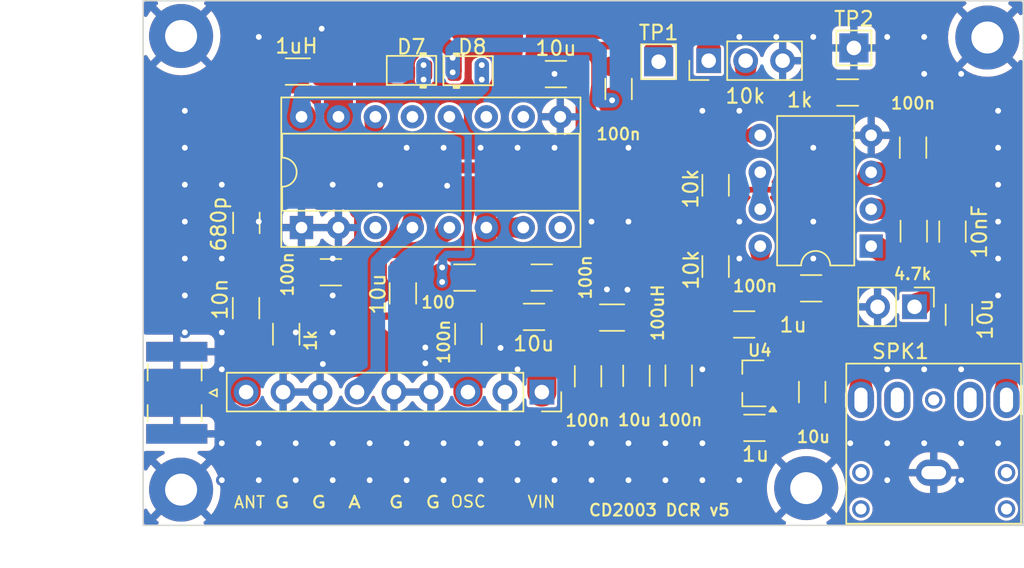
<source format=kicad_pcb>
(kicad_pcb (version 20240108) (generator "pcbnew") (generator_version "8.0")
  (layers (0 "F.Cu" signal) (31 "B.Cu" signal) (34 "B.Paste" user) (35 "F.Paste" user) (36 "B.SilkS" user "B.Silkscreen") (37 "F.SilkS" user "F.Silkscreen") (38 "B.Mask" user) (39 "F.Mask" user) (44 "Edge.Cuts" user))
  (net 0 "")
  (net 1 "RX_OSC")
  (net 2 "+5V")
  (net 3 "Net-(U1-FM{slash}AM_SW)")
  (net 4 "Net-(D7-K)")
  (net 8 "GND")
  (net 10 "Net-(U1-AM_OSC)")
  (net 12 "RX_AUDIO")
  (net 13 "Net-(C11-Pad1)")
  (net 14 "Net-(C1-Pad2)")
  (net 15 "Net-(U2A-+)")
  (net 16 "Net-(U2A--)")
  (net 17 "+3.3V")
  (net 18 "Net-(U2B--)")
  (net 19 "Net-(RV1-Pad2)")
  (net 20 "5VCLEAN")
  (net 21 "Net-(J1-In)")
  (net 22 "Net-(J2-Pin_1)")
  (net 25 "Net-(U1-AGC)")
  (net 26 "Net-(C14-Pad2)")
  (footprint "TestPoint:TestPoint_THTPad_2.0x2.0mm_Drill1.0mm" (layer "F.Cu") (at 80.46 47.66)
    (property "Reference" "TP1" (at 0 -1.998 0) (layer "F.SilkS"))
    (property "Value" "Debug_Audio" (hide yes))
    (pad "1" thru_hole rect (at 0 0) (size 2 2) (drill 1) (layers "*.Cu" "*.Mask") (net 14 "Net-(C1-Pad2)"))
  )
  (footprint "PCM_Diode_SMD_AKL:D_0805_2012Metric" (layer "F.Cu") (at 67.3725 48.278)
    (property "Reference" "D8" (at 0.2875 -1.638 0) (layer "F.SilkS"))
    (property "Value" "CD4148WS" (hide yes))
    (pad "1" smd roundrect (at -0.9375 0) (size 0.975 1.4) (layers "F.Cu" "F.Paste" "F.Mask") (net 20 "5VCLEAN"))
    (pad "2" smd roundrect (at 0.9375 0) (size 0.975 1.4) (layers "F.Cu" "F.Paste" "F.Mask") (net 4 "Net-(D7-K)"))
  )
  (footprint "Capacitor_SMD:C_1206_3216Metric_Pad1.33x1.80mm_HandSolder" (layer "F.Cu") (at 75.612 69.2955 -90)
    (property "Reference" "C5" (hide yes))
    (property "Value" "100n" (at 3.0345 0.032 180) (layer "F.SilkS") (effects (font (size 0.8 0.8))))
    (pad "1" smd roundrect (at -1.5625 0 270) (size 1.325 1.8) (layers "F.Cu" "F.Paste" "F.Mask") (roundrect_rratio 0.1886792453) (net 2 "+5V"))
    (pad "2" smd roundrect (at 1.5625 0 270) (size 1.325 1.8) (layers "F.Cu" "F.Paste" "F.Mask") (roundrect_rratio 0.1886792453) (net 8 "GND"))
  )
  (footprint "Connector_PinHeader_2.54mm:PinHeader_1x03_P2.54mm_Vertical" (layer "F.Cu") (at 83.9 47.59 90)
    (property "Reference" "RV1" (hide yes))
    (property "Value" "10k" (at -2.432 2.518 180) (layer "F.SilkS"))
    (pad "1" thru_hole rect (at 0 0 90) (size 1.7 1.7) (drill 1) (layers "*.Cu" "*.Mask") (net 14 "Net-(C1-Pad2)"))
    (pad "2" thru_hole oval (at 0 2.54 90) (size 1.7 1.7) (drill 1) (layers "*.Cu" "*.Mask") (net 19 "Net-(RV1-Pad2)"))
    (pad "3" thru_hole oval (at 0 5.08 90) (size 1.7 1.7) (drill 1) (layers "*.Cu" "*.Mask") (net 8 "GND"))
  )
  (footprint "Connector_PinHeader_2.54mm:PinHeader_1x02_P2.54mm_Vertical" (layer "F.Cu") (at 98.044 64.516 -90)
    (property "Reference" "J2" (hide yes))
    (property "Value" "Conn_01x02" (hide yes))
    (pad "1" thru_hole rect (at 0 0 270) (size 1.7 1.7) (drill 1) (layers "*.Cu" "*.Mask") (net 22 "Net-(J2-Pin_1)"))
    (pad "2" thru_hole oval (at 0 2.54 270) (size 1.7 1.7) (drill 1) (layers "*.Cu" "*.Mask") (net 8 "GND"))
  )
  (footprint "Capacitor_SMD:C_1206_3216Metric_Pad1.33x1.80mm_HandSolder" (layer "F.Cu") (at 77.71 49.54 90)
    (property "Reference" "C8" (hide yes))
    (property "Value" "100n" (at -3.1 0 180) (layer "F.SilkS") (effects (font (size 0.8 0.8))))
    (pad "1" smd roundrect (at -1.5625 0 90) (size 1.325 1.8) (layers "F.Cu" "F.Paste" "F.Mask") (roundrect_rratio 0.1886792453) (net 20 "5VCLEAN"))
    (pad "2" smd roundrect (at 1.5625 0 90) (size 1.325 1.8) (layers "F.Cu" "F.Paste" "F.Mask") (roundrect_rratio 0.1886792453) (net 8 "GND"))
  )
  (footprint "Capacitor_SMD:C_1206_3216Metric_Pad1.33x1.80mm_HandSolder" (layer "F.Cu") (at 57.942 62.138)
    (property "Reference" "C10" (hide yes))
    (property "Value" "100n" (at -2.982 0.142 90) (layer "F.SilkS") (effects (font (size 0.8 0.8))))
    (pad "1" smd roundrect (at -1.5625 0) (size 1.325 1.8) (layers "F.Cu" "F.Paste" "F.Mask") (roundrect_rratio 0.1886792453) (net 8 "GND"))
    (pad "2" smd roundrect (at 1.5625 0) (size 1.325 1.8) (layers "F.Cu" "F.Paste" "F.Mask") (roundrect_rratio 0.1886792453) (net 3 "Net-(U1-FM{slash}AM_SW)"))
  )
  (footprint "Inductor_SMD:L_1206_3216Metric_Pad1.22x1.90mm_HandSolder" (layer "F.Cu") (at 55.672 48.338)
    (property "Reference" "L1" (hide yes))
    (property "Value" "1uH" (at -0.092 -1.758 0) (layer "F.SilkS"))
    (pad "1" smd roundrect (at -1.6625 0) (size 1.225 1.9) (layers "F.Cu" "F.Paste" "F.Mask") (roundrect_rratio 0.2040816327) (net 4 "Net-(D7-K)"))
    (pad "2" smd roundrect (at 1.6625 0) (size 1.225 1.9) (layers "F.Cu" "F.Paste" "F.Mask") (roundrect_rratio 0.2040816327) (net 20 "5VCLEAN"))
  )
  (footprint "Capacitor_SMD:C_1206_3216Metric_Pad1.33x1.80mm_HandSolder" (layer "F.Cu") (at 52.137 58.7455 90)
    (property "Reference" "C11" (hide yes))
    (property "Value" "680p" (at -0.0745 -1.897 90) (layer "F.SilkS"))
    (pad "1" smd roundrect (at -1.5625 0 90) (size 1.325 1.8) (layers "F.Cu" "F.Paste" "F.Mask") (roundrect_rratio 0.1886792453) (net 13 "Net-(C11-Pad1)"))
    (pad "2" smd roundrect (at 1.5625 0 90) (size 1.325 1.8) (layers "F.Cu" "F.Paste" "F.Mask") (roundrect_rratio 0.1886792453) (net 4 "Net-(D7-K)"))
  )
  (footprint "Capacitor_SMD:C_1206_3216Metric_Pad1.33x1.80mm_HandSolder" (layer "F.Cu") (at 71.8995 65.208 180)
    (property "Reference" "C6" (hide yes))
    (property "Value" "10u" (at 0.0175 -1.848 0) (layer "F.SilkS"))
    (pad "1" smd roundrect (at -1.5625 0 180) (size 1.325 1.8) (layers "F.Cu" "F.Paste" "F.Mask") (roundrect_rratio 0.1886792453) (net 2 "+5V"))
    (pad "2" smd roundrect (at 1.5625 0 180) (size 1.325 1.8) (layers "F.Cu" "F.Paste" "F.Mask") (roundrect_rratio 0.1886792453) (net 8 "GND"))
  )
  (footprint "Resistor_SMD:R_1206_3216Metric_Pad1.30x1.75mm_HandSolder" (layer "F.Cu") (at 67.13 62.506)
    (property "Reference" "R14" (hide yes))
    (property "Value" "100" (at -1.81 1.704 0) (layer "F.SilkS") (effects (font (size 0.8 0.8))))
    (pad "1" smd roundrect (at -1.55 0) (size 1.3 1.75) (layers "F.Cu" "F.Paste" "F.Mask") (roundrect_rratio 0.1923076923) (net 10 "Net-(U1-AM_OSC)"))
    (pad "2" smd roundrect (at 1.55 0) (size 1.3 1.75) (layers "F.Cu" "F.Paste" "F.Mask") (roundrect_rratio 0.1923076923) (net 20 "5VCLEAN"))
  )
  (footprint "Capacitor_SMD:C_1206_3216Metric_Pad1.33x1.80mm_HandSolder" (layer "F.Cu") (at 72.4285 62.506 180)
    (property "Reference" "C9" (hide yes))
    (property "Value" "100n" (at -3.0095 0.022 90) (layer "F.SilkS") (effects (font (size 0.8 0.8))))
    (pad "1" smd roundrect (at -1.5625 0 180) (size 1.325 1.8) (layers "F.Cu" "F.Paste" "F.Mask") (roundrect_rratio 0.1886792453) (net 20 "5VCLEAN"))
    (pad "2" smd roundrect (at 1.5625 0 180) (size 1.325 1.8) (layers "F.Cu" "F.Paste" "F.Mask") (roundrect_rratio 0.1886792453) (net 8 "GND"))
  )
  (footprint "MountingHole:MountingHole_2.2mm_M2_Pad" (layer "F.Cu") (at 90.6 76.984 180)
    (property "Reference" "H2" (hide yes))
    (property "Value" "MountingHole_Pad" (hide yes))
    (pad "1" thru_hole circle (at 0 0 180) (size 4.4 4.4) (drill 2.2) (layers "*.Cu" "*.Mask") (net 8 "GND"))
  )
  (footprint "MountingHole:MountingHole_2.2mm_M2_Pad" (layer "F.Cu") (at 47.649274 77.087274)
    (property "Reference" "H4" (hide yes))
    (property "Value" "MountingHole_Pad" (hide yes))
    (pad "1" thru_hole circle (at 0 0) (size 4.4 4.4) (drill 2.2) (layers "*.Cu" "*.Mask") (net 8 "GND"))
  )
  (footprint "Capacitor_SMD:C_1206_3216Metric_Pad1.33x1.80mm_HandSolder" (layer "F.Cu") (at 78.937 69.258 -90)
    (property "Reference" "C3" (hide yes))
    (property "Value" "10u" (at 3.04 0.127 180) (layer "F.SilkS") (effects (font (size 0.8 0.8))))
    (pad "1" smd roundrect (at -1.5625 0 270) (size 1.325 1.8) (layers "F.Cu" "F.Paste" "F.Mask") (roundrect_rratio 0.1886792453) (net 20 "5VCLEAN"))
    (pad "2" smd roundrect (at 1.5625 0 270) (size 1.325 1.8) (layers "F.Cu" "F.Paste" "F.Mask") (roundrect_rratio 0.1886792453) (net 8 "GND"))
  )
  (footprint "MountingHole:MountingHole_2.2mm_M2_Pad" (layer "F.Cu") (at 47.649274 45.892726 180)
    (property "Reference" "H1" (hide yes))
    (property "Value" "MountingHole_Pad" (hide yes))
    (pad "1" thru_hole circle (at 0 0 180) (size 4.4 4.4) (drill 2.2) (layers "*.Cu" "*.Mask") (net 8 "GND"))
  )
  (footprint "Capacitor_SMD:C_1206_3216Metric_Pad1.33x1.80mm_HandSolder" (layer "F.Cu") (at 86.3375 65.73 180)
    (property "Reference" "C19" (hide yes))
    (property "Value" "1u" (at -3.3725 -0.03 180) (layer "F.SilkS"))
    (pad "1" smd roundrect (at -1.5625 0 180) (size 1.325 1.8) (layers "F.Cu" "F.Paste" "F.Mask") (roundrect_rratio 0.188679) (net 17 "+3.3V"))
    (pad "2" smd roundrect (at 1.5625 0 180) (size 1.325 1.8) (layers "F.Cu" "F.Paste" "F.Mask") (roundrect_rratio 0.188679) (net 8 "GND"))
  )
  (footprint "Inductor_SMD:L_1206_3216Metric_Pad1.22x1.90mm_HandSolder" (layer "F.Cu") (at 77.262 65.258)
    (property "Reference" "L2" (hide yes))
    (property "Value" "100uH" (at 3.138 -0.338 90) (layer "F.SilkS") (effects (font (size 0.8 0.8))))
    (pad "1" smd roundrect (at -1.6625 0) (size 1.225 1.9) (layers "F.Cu" "F.Paste" "F.Mask") (roundrect_rratio 0.2040816327) (net 2 "+5V"))
    (pad "2" smd roundrect (at 1.6625 0) (size 1.225 1.9) (layers "F.Cu" "F.Paste" "F.Mask") (roundrect_rratio 0.2040816327) (net 20 "5VCLEAN"))
  )
  (footprint "footprints:PinSocket_1x09_P2.54mm_Vertical_Custom" (layer "F.Cu") (at 72.438 70.38 -90)
    (property "Reference" "JP1" (hide yes))
    (property "Value" "Pin Header" (hide yes))
    (pad "1" thru_hole rect (at 0 0 270) (size 1.7 1.7) (drill 1) (layers "*.Cu" "*.Mask") (net 2 "+5V"))
    (pad "2" thru_hole oval (at 0 2.54 270) (size 1.7 1.7) (drill 1) (layers "*.Cu" "*.Mask") (net 8 "GND"))
    (pad "3" thru_hole oval (at 0 5.08 270) (size 1.7 1.7) (drill 1) (layers "*.Cu" "*.Mask") (net 1 "RX_OSC"))
    (pad "4" thru_hole oval (at 0 7.62 270) (size 1.7 1.7) (drill 1) (layers "*.Cu" "*.Mask") (net 8 "GND"))
    (pad "5" thru_hole oval (at 0 10.16 270) (size 1.7 1.7) (drill 1) (layers "*.Cu" "*.Mask") (net 8 "GND"))
    (pad "6" thru_hole oval (at 0 12.7 270) (size 1.7 1.7) (drill 1) (layers "*.Cu" "*.Mask") (net 12 "RX_AUDIO"))
    (pad "7" thru_hole oval (at 0 15.24 270) (size 1.7 1.7) (drill 1) (layers "*.Cu" "*.Mask") (net 8 "GND"))
    (pad "8" thru_hole oval (at 0 17.78 270) (size 1.7 1.7) (drill 1) (layers "*.Cu" "*.Mask") (net 8 "GND"))
    (pad "9" thru_hole oval (at 0 20.32 270) (size 1.7 1.7) (drill 1) (layers "*.Cu" "*.Mask") (net 21 "Net-(J1-In)"))
  )
  (footprint "Capacitor_SMD:C_1206_3216Metric_Pad1.33x1.80mm_HandSolder" (layer "F.Cu") (at 90.9395 63.243)
    (property "Reference" "C12" (hide yes))
    (property "Value" "100n" (at -3.8495 -0.153 180) (layer "F.SilkS") (effects (font (size 0.8 0.8))))
    (pad "1" smd roundrect (at -1.5625 0) (size 1.325 1.8) (layers "F.Cu" "F.Paste" "F.Mask") (roundrect_rratio 0.1886792453) (net 17 "+3.3V"))
    (pad "2" smd roundrect (at 1.5625 0) (size 1.325 1.8) (layers "F.Cu" "F.Paste" "F.Mask") (roundrect_rratio 0.1886792453) (net 8 "GND"))
  )
  (footprint "Capacitor_SMD:C_1206_3216Metric_Pad1.33x1.80mm_HandSolder" (layer "F.Cu") (at 97.942 53.57 90)
    (property "Reference" "C2" (hide yes))
    (property "Value" "100n" (at 3.048 0 180) (layer "F.SilkS") (effects (font (size 0.8 0.8))))
    (pad "1" smd roundrect (at -1.5625 0 90) (size 1.325 1.8) (layers "F.Cu" "F.Paste" "F.Mask") (roundrect_rratio 0.1886792453) (net 15 "Net-(U2A-+)"))
    (pad "2" smd roundrect (at 1.5625 0 90) (size 1.325 1.8) (layers "F.Cu" "F.Paste" "F.Mask") (roundrect_rratio 0.1886792453) (net 8 "GND"))
  )
  (footprint "Capacitor_SMD:C_1206_3216Metric_Pad1.33x1.80mm_HandSolder" (layer "F.Cu") (at 91.012 70.378 -90)
    (property "Reference" "C13" (hide yes))
    (property "Value" "10u" (at 3.082 -0.088 180) (layer "F.SilkS") (effects (font (size 0.8 0.8))))
    (pad "1" smd roundrect (at -1.5625 0 270) (size 1.325 1.8) (layers "F.Cu" "F.Paste" "F.Mask") (roundrect_rratio 0.1886792453) (net 17 "+3.3V"))
    (pad "2" smd roundrect (at 1.5625 0 270) (size 1.325 1.8) (layers "F.Cu" "F.Paste" "F.Mask") (roundrect_rratio 0.1886792453) (net 8 "GND"))
  )
  (footprint "TestPoint:TestPoint_THTPad_2.0x2.0mm_Drill1.0mm" (layer "F.Cu") (at 93.878 46.712)
    (property "Reference" "TP2" (at 0 -1.998 0) (layer "F.SilkS"))
    (property "Value" "GND" (hide yes))
    (pad "1" thru_hole rect (at 0 0) (size 2 2) (drill 1) (layers "*.Cu" "*.Mask") (net 8 "GND"))
  )
  (footprint "Capacitor_SMD:C_1206_3216Metric_Pad1.33x1.80mm_HandSolder" (layer "F.Cu") (at 52.112 64.608 -90)
    (property "Reference" "C17" (hide yes))
    (property "Value" "10n" (at -0.618 1.782 90) (layer "F.SilkS"))
    (pad "1" smd roundrect (at -1.5625 0 270) (size 1.325 1.8) (layers "F.Cu" "F.Paste" "F.Mask") (roundrect_rratio 0.1886792453) (net 13 "Net-(C11-Pad1)"))
    (pad "2" smd roundrect (at 1.5625 0 270) (size 1.325 1.8) (layers "F.Cu" "F.Paste" "F.Mask") (roundrect_rratio 0.1886792453) (net 21 "Net-(J1-In)"))
  )
  (footprint "Capacitor_SMD:C_1206_3216Metric_Pad1.33x1.80mm_HandSolder" (layer "F.Cu") (at 67.387 66.383 -90)
    (property "Reference" "C21" (hide yes))
    (property "Value" "100n" (at 0.537 1.687 90) (layer "F.SilkS") (effects (font (size 0.8 0.8))))
    (pad "1" smd roundrect (at -1.5625 0 270) (size 1.325 1.8) (layers "F.Cu" "F.Paste" "F.Mask") (roundrect_rratio 0.1886792453) (net 10 "Net-(U1-AM_OSC)"))
    (pad "2" smd roundrect (at 1.5625 0 270) (size 1.325 1.8) (layers "F.Cu" "F.Paste" "F.Mask") (roundrect_rratio 0.1886792453) (net 1 "RX_OSC"))
  )
  (footprint "Capacitor_SMD:C_1206_3216Metric_Pad1.33x1.80mm_HandSolder" (layer "F.Cu") (at 62.89 63.5925 -90)
    (property "Reference" "C16" (hide yes))
    (property "Value" " 10u" (at 0.4275 1.71 90) (layer "F.SilkS"))
    (pad "1" smd roundrect (at -1.5625 0 270) (size 1.325 1.8) (layers "F.Cu" "F.Paste" "F.Mask") (roundrect_rratio 0.1886792453) (net 25 "Net-(U1-AGC)"))
    (pad "2" smd roundrect (at 1.5625 0 270) (size 1.325 1.8) (layers "F.Cu" "F.Paste" "F.Mask") (roundrect_rratio 0.1886792453) (net 8 "GND"))
  )
  (footprint "Capacitor_SMD:C_1206_3216Metric_Pad1.33x1.80mm_HandSolder" (layer "F.Cu") (at 100.652 59.3455 90)
    (property "Reference" "C7" (hide yes))
    (property "Value" "10nF" (at 0 1.85 90) (layer "F.SilkS"))
    (pad "1" smd roundrect (at -1.5625 0 90) (size 1.325 1.8) (layers "F.Cu" "F.Paste" "F.Mask") (roundrect_rratio 0.1886792453) (net 22 "Net-(J2-Pin_1)"))
    (pad "2" smd roundrect (at 1.5625 0 90) (size 1.325 1.8) (layers "F.Cu" "F.Paste" "F.Mask") (roundrect_rratio 0.1886792453) (net 16 "Net-(U2A--)"))
  )
  (footprint "Resistor_SMD:R_1206_3216Metric_Pad1.30x1.75mm_HandSolder" (layer "F.Cu") (at 54.872 66.398 -90)
    (property "Reference" "R13" (hide yes))
    (property "Value" "1k" (at 0.432 -1.678 90) (layer "F.SilkS") (effects (font (size 0.8 0.8))))
    (pad "1" smd roundrect (at -1.55 0 270) (size 1.3 1.75) (layers "F.Cu" "F.Paste" "F.Mask") (roundrect_rratio 0.1923076923) (net 13 "Net-(C11-Pad1)"))
    (pad "2" smd roundrect (at 1.55 0 270) (size 1.3 1.75) (layers "F.Cu" "F.Paste" "F.Mask") (roundrect_rratio 0.1923076923) (net 8 "GND"))
  )
  (footprint "Resistor_SMD:R_1206_3216Metric_Pad1.30x1.75mm_HandSolder" (layer "F.Cu") (at 84.376 61.744 90)
    (property "Reference" "R1" (hide yes))
    (property "Value" "10k" (at -0.226 -1.676 90) (layer "F.SilkS"))
    (pad "1" smd roundrect (at -1.55 0 90) (size 1.3 1.75) (layers "F.Cu" "F.Paste" "F.Mask") (roundrect_rratio 0.1923076923) (net 17 "+3.3V"))
    (pad "2" smd roundrect (at 1.55 0 90) (size 1.3 1.75) (layers "F.Cu" "F.Paste" "F.Mask") (roundrect_rratio 0.1923076923) (net 15 "Net-(U2A-+)"))
  )
  (footprint "Resistor_SMD:R_1206_3216Metric_Pad1.30x1.75mm_HandSolder" (layer "F.Cu") (at 93.45 49.778 180)
    (property "Reference" "Rin1" (hide yes))
    (property "Value" "1k" (at 3.29 -0.512 0) (layer "F.SilkS"))
    (pad "1" smd roundrect (at -1.55 0 180) (size 1.3 1.75) (layers "F.Cu" "F.Paste" "F.Mask") (roundrect_rratio 0.1923076923) (net 16 "Net-(U2A--)"))
    (pad "2" smd roundrect (at 1.55 0 180) (size 1.3 1.75) (layers "F.Cu" "F.Paste" "F.Mask") (roundrect_rratio 0.1923076923) (net 19 "Net-(RV1-Pad2)"))
  )
  (footprint "Connector_Coaxial:SMA_Samtec_SMA-J-P-X-ST-EM1_EdgeMount" (layer "F.Cu") (at 47.352 70.428 -90)
    (property "Reference" "J1" (hide yes))
    (property "Value" "SMA Edge Mount" (hide yes))
    (pad "1" smd rect (at 0 0.2 270) (size 1.27 3.6) (layers "F.Cu" "F.Paste" "F.Mask") (net 21 "Net-(J1-In)"))
    (pad "2" smd rect (at -2.825 0 270) (size 1.35 4.2) (layers "F.Cu" "F.Paste" "F.Mask") (net 8 "GND"))
    (pad "2" smd rect (at -2.825 0 270) (size 1.35 4.2) (layers "B.Cu" "B.Paste" "B.Mask") (net 8 "GND"))
    (pad "2" smd rect (at 2.825 0 270) (size 1.35 4.2) (layers "F.Cu" "F.Paste" "F.Mask") (net 8 "GND"))
    (pad "2" smd rect (at 2.825 0 270) (size 1.35 4.2) (layers "B.Cu" "B.Paste" "B.Mask") (net 8 "GND"))
  )
  (footprint "Resistor_SMD:R_1206_3216Metric_Pad1.30x1.75mm_HandSolder" (layer "F.Cu") (at 97.992 59.313 90)
    (property "Reference" "Rf1" (hide yes))
    (property "Value" "4.7k" (at -2.947 -0.082 0) (layer "F.SilkS") (effects (font (size 0.8 0.8))))
    (pad "1" smd roundrect (at -1.55 0 90) (size 1.3 1.75) (layers "F.Cu" "F.Paste" "F.Mask") (roundrect_rratio 0.1923076923) (net 22 "Net-(J2-Pin_1)"))
    (pad "2" smd roundrect (at 1.55 0 90) (size 1.3 1.75) (layers "F.Cu" "F.Paste" "F.Mask") (roundrect_rratio 0.1923076923) (net 16 "Net-(U2A--)"))
  )
  (footprint "MountingHole:MountingHole_2.2mm_M2_Pad" (layer "F.Cu") (at 103.046 45.996)
    (property "Reference" "H3" (hide yes))
    (property "Value" "MountingHole_Pad" (hide yes))
    (pad "1" thru_hole circle (at 0 0) (size 4.4 4.4) (drill 2.2) (layers "*.Cu" "*.Mask") (net 8 "GND"))
  )
  (footprint "Capacitor_SMD:C_1206_3216Metric_Pad1.33x1.80mm_HandSolder" (layer "F.Cu") (at 73.406 48.514 180)
    (property "Reference" "C1" (hide yes))
    (property "Value" "10u" (at 0 1.778 0) (layer "F.SilkS"))
    (pad "1" smd roundrect (at -1.5625 0 180) (size 1.325 1.8) (layers "F.Cu" "F.Paste" "F.Mask") (roundrect_rratio 0.1886792453) (net 12 "RX_AUDIO"))
    (pad "2" smd roundrect (at 1.5625 0 180) (size 1.325 1.8) (layers "F.Cu" "F.Paste" "F.Mask") (roundrect_rratio 0.1886792453) (net 14 "Net-(C1-Pad2)"))
  )
  (footprint "Resistor_SMD:R_1206_3216Metric_Pad1.30x1.75mm_HandSolder" (layer "F.Cu") (at 84.376 56.156 90)
    (property "Reference" "R2" (hide yes))
    (property "Value" "10k" (at -0.234 -1.706 90) (layer "F.SilkS"))
    (pad "1" smd roundrect (at -1.55 0 90) (size 1.3 1.75) (layers "F.Cu" "F.Paste" "F.Mask") (roundrect_rratio 0.1923076923) (net 15 "Net-(U2A-+)"))
    (pad "2" smd roundrect (at 1.55 0 90) (size 1.3 1.75) (layers "F.Cu" "F.Paste" "F.Mask") (roundrect_rratio 0.1923076923) (net 8 "GND"))
  )
  (footprint "Package_TO_SOT_SMD:SOT-23_Handsoldering" (layer "F.Cu") (at 86.97 69.78 180)
    (property "Reference" "U4" (at -0.44 2.26 180) (layer "F.SilkS") (effects (font (size 0.8 0.8) (thickness 0.15) (bold yes))))
    (property "Value" "XC6206P332MR (662K)" (hide yes))
    (pad "1" smd roundrect (at -1.5 -0.95 180) (size 1.9 0.8) (layers "F.Cu" "F.Paste" "F.Mask") (net 8 "GND"))
    (pad "2" smd roundrect (at -1.5 0.95 180) (size 1.9 0.8) (layers "F.Cu" "F.Paste" "F.Mask") (net 17 "+3.3V"))
    (pad "3" smd roundrect (at 1.5 0 180) (size 1.9 0.8) (layers "F.Cu" "F.Paste" "F.Mask") (net 20 "5VCLEAN"))
  )
  (footprint "PCM_Diode_SMD_AKL:D_0805_2012Metric" (layer "F.Cu") (at 63.482 48.258 180)
    (property "Reference" "D7" (at 0.022 1.618 180) (layer "F.SilkS"))
    (property "Value" "CD4148WS" (hide yes))
    (pad "1" smd roundrect (at -0.9375 0 180) (size 0.975 1.4) (layers "F.Cu" "F.Paste" "F.Mask") (net 4 "Net-(D7-K)"))
    (pad "2" smd roundrect (at 0.9375 0 180) (size 0.975 1.4) (layers "F.Cu" "F.Paste" "F.Mask") (net 20 "5VCLEAN"))
  )
  (footprint "Capacitor_SMD:C_1206_3216Metric_Pad1.33x1.80mm_HandSolder" (layer "F.Cu") (at 87.0425 72.84)
    (property "Reference" "C18" (hide yes))
    (property "Value" "1u" (at 0.0775 1.81 180) (layer "F.SilkS"))
    (pad "1" smd roundrect (at -1.5625 0) (size 1.325 1.8) (layers "F.Cu" "F.Paste" "F.Mask") (roundrect_rratio 0.188679) (net 20 "5VCLEAN"))
    (pad "2" smd roundrect (at 1.5625 0) (size 1.325 1.8) (layers "F.Cu" "F.Paste" "F.Mask") (roundrect_rratio 0.188679) (net 8 "GND"))
  )
  (footprint "Capacitor_SMD:C_1206_3216Metric_Pad1.33x1.80mm_HandSolder" (layer "F.Cu") (at 81.84 69.2475 -90)
    (property "Reference" "C4" (hide yes))
    (property "Value" "100n" (at 3.052 -0.103 180) (layer "F.SilkS") (effects (font (size 0.8 0.8))))
    (pad "1" smd roundrect (at -1.5625 0 270) (size 1.325 1.8) (layers "F.Cu" "F.Paste" "F.Mask") (roundrect_rratio 0.1886792453) (net 20 "5VCLEAN"))
    (pad "2" smd roundrect (at 1.5625 0 270) (size 1.325 1.8) (layers "F.Cu" "F.Paste" "F.Mask") (roundrect_rratio 0.1886792453) (net 8 "GND"))
  )
  (footprint "Capacitor_SMD:C_1206_3216Metric_Pad1.33x1.80mm_HandSolder" (layer "F.Cu") (at 101.092 65.0625 -90)
    (property "Reference" "C14" (hide yes))
    (property "Value" "10u" (at 0.2975 -1.808 90) (layer "F.SilkS"))
    (pad "1" smd roundrect (at -1.5625 0 270) (size 1.325 1.8) (layers "F.Cu" "F.Paste" "F.Mask") (roundrect_rratio 0.1886792453) (net 22 "Net-(J2-Pin_1)"))
    (pad "2" smd roundrect (at 1.5625 0 270) (size 1.325 1.8) (layers "F.Cu" "F.Paste" "F.Mask") (roundrect_rratio 0.1886792453) (net 26 "Net-(C14-Pad2)"))
  )
  (footprint "Package_DIP:DIP-16_W7.62mm_Socket" (layer "F.Cu") (at 55.922 59.068 90)
    (property "Reference" "U1" (hide yes))
    (property "Value" "CD2003GB_GP" (hide yes))
    (pad "1" thru_hole rect (at 0 0 90) (size 1.6 1.6) (drill 0.8) (layers "*.Cu" "*.Mask") (net 8 "GND"))
    (pad "2" thru_hole oval (at 0 2.54 90) (size 1.6 1.6) (drill 0.8) (layers "*.Cu" "*.Mask") (net 8 "GND"))
    (pad "3" thru_hole oval (at 0 5.08 90) (size 1.6 1.6) (drill 0.8) (layers "*.Cu" "*.Mask"))
    (pad "4" thru_hole oval (at 0 7.62 90) (size 1.6 1.6) (drill 0.8) (layers "*.Cu" "*.Mask") (net 12 "RX_AUDIO"))
    (pad "5" thru_hole oval (at 0 10.16 90) (size 1.6 1.6) (drill 0.8) (layers "*.Cu" "*.Mask") (net 25 "Net-(U1-AGC)"))
    (pad "6" thru_hole oval (at 0 12.7 90) (size 1.6 1.6) (drill 0.8) (layers "*.Cu" "*.Mask") (net 20 "5VCLEAN"))
    (pad "7" thru_hole oval (at 0 15.24 90) (size 1.6 1.6) (drill 0.8) (layers "*.Cu" "*.Mask") (net 20 "5VCLEAN"))
    (pad "8" thru_hole oval (at 0 17.78 90) (size 1.6 1.6) (drill 0.8) (layers "*.Cu" "*.Mask"))
    (pad "9" thru_hole oval (at 7.62 17.78 90) (size 1.6 1.6) (drill 0.8) (layers "*.Cu" "*.Mask") (net 8 "GND"))
    (pad "10" thru_hole oval (at 7.62 15.24 90) (size 1.6 1.6) (drill 0.8) (layers "*.Cu" "*.Mask"))
    (pad "11" thru_hole oval (at 7.62 12.7 90) (size 1.6 1.6) (drill 0.8) (layers "*.Cu" "*.Mask"))
    (pad "12" thru_hole oval (at 7.62 10.16 90) (size 1.6 1.6) (drill 0.8) (layers "*.Cu" "*.Mask") (net 10 "Net-(U1-AM_OSC)"))
    (pad "13" thru_hole oval (at 7.62 7.62 90) (size 1.6 1.6) (drill 0.8) (layers "*.Cu" "*.Mask"))
    (pad "14" thru_hole oval (at 7.62 5.08 90) (size 1.6 1.6) (drill 0.8) (layers "*.Cu" "*.Mask") (net 3 "Net-(U1-FM{slash}AM_SW)"))
    (pad "15" thru_hole oval (at 7.62 2.54 90) (size 1.6 1.6) (drill 0.8) (layers "*.Cu" "*.Mask") (net 20 "5VCLEAN"))
    (pad "16" thru_hole oval (at 7.62 0 90) (size 1.6 1.6) (drill 0.8) (layers "*.Cu" "*.Mask") (net 4 "Net-(D7-K)"))
  )
  (footprint "footprints:PJ-307_Modded" (layer "F.Cu") (at 99.362 72.92 90)
    (property "Reference" "SPK1" (at 5.334 -2.286 180) (layer "F.SilkS"))
    (property "Value" "SPEAKER")
    (pad "" np_thru_hole circle (at -5.5 -5 90) (size 1.2 1.2) (drill 0.762) (layers "*.Cu" "*.Mask"))
    (pad "" np_thru_hole circle (at -5.5 5 90) (size 1.2 1.2) (drill 0.762) (layers "*.Cu" "*.Mask"))
    (pad "" np_thru_hole circle (at -3 -5 90) (size 1.2 1.2) (drill 0.762) (layers "*.Cu" "*.Mask"))
    (pad "" np_thru_hole circle (at -3 5 90) (size 1.2 1.2) (drill 0.762) (layers "*.Cu" "*.Mask"))
    (pad "" np_thru_hole circle (at 2 0 90) (size 1.2 1.2) (drill 0.762) (layers "*.Cu" "*.Mask"))
    (pad "R" thru_hole oval (at 2 -5 90) (size 2.5 1.8) (drill oval 1.7 0.9) (layers "*.Cu" "*.Mask") (net 26 "Net-(C14-Pad2)"))
    (pad "RN" thru_hole oval (at 2 -2.5 90) (size 2.5 1.8) (drill oval 1.7 0.9) (layers "*.Cu" "*.Mask"))
    (pad "S" thru_hole oval (at -3 0 180) (size 2.5 1.8) (drill oval 1.7 0.9) (layers "*.Cu" "*.Mask") (net 8 "GND"))
    (pad "T" thru_hole oval (at 2 5 90) (size 2.5 1.8) (drill oval 1.7 0.9) (layers "*.Cu" "*.Mask") (net 26 "Net-(C14-Pad2)"))
    (pad "TN" thru_hole oval (at 2 2.5 90) (size 2.5 1.8) (drill oval 1.7 0.9) (layers "*.Cu" "*.Mask"))
  )
  (footprint "Package_DIP:DIP-8_W7.62mm" (layer "F.Cu") (at 95.062 60.343 180)
    (property "Reference" "U2" (hide yes))
    (property "Value" "MCP6002" (hide yes))
    (pad "1" thru_hole rect (at 0 0 180) (size 1.6 1.6) (drill 0.8) (layers "*.Cu" "*.Mask") (net 22 "Net-(J2-Pin_1)"))
    (pad "2" thru_hole oval (at 0 2.54 180) (size 1.6 1.6) (drill 0.8) (layers "*.Cu" "*.Mask") (net 16 "Net-(U2A--)"))
    (pad "3" thru_hole oval (at 0 5.08 180) (size 1.6 1.6) (drill 0.8) (layers "*.Cu" "*.Mask") (net 15 "Net-(U2A-+)"))
    (pad "4" thru_hole oval (at 0 7.62 180) (size 1.6 1.6) (drill 0.8) (layers "*.Cu" "*.Mask") (net 8 "GND"))
    (pad "5" thru_hole oval (at 7.62 7.62 180) (size 1.6 1.6) (drill 0.8) (layers "*.Cu" "*.Mask") (net 15 "Net-(U2A-+)"))
    (pad "6" thru_hole oval (at 7.62 5.08 180) (size 1.6 1.6) (drill 0.8) (layers "*.Cu" "*.Mask") (net 18 "Net-(U2B--)"))
    (pad "7" thru_hole oval (at 7.62 2.54 180) (size 1.6 1.6) (drill 0.8) (layers "*.Cu" "*.Mask") (net 18 "Net-(U2B--)"))
    (pad "8" thru_hole oval (at 7.62 0 180) (size 1.6 1.6) (drill 0.8) (layers "*.Cu" "*.Mask") (net 17 "+3.3V"))
  )
  (gr_rect (start 45.042 43.466) (end 105.524 79.546) (stroke (width 0.1)) (fill none) (layer "Edge.Cuts"))
  (gr_text "G  G  A" (at 53.99 78.42 0) (layer "F.SilkS") (effects (font (size 0.8 1)) (justify left bottom)))
  (gr_text "OSC" (at 67.38 77.91 0) (layer "F.SilkS") (effects (font (size 0.8 0.8) (thickness 0.12))))
  (gr_text "CD2003 DCR v5" (at 75.59 78.97 0) (layer "F.SilkS") (effects (font (size 0.8 0.8)) (justify left bottom)))
  (gr_text "ANT" (at 52.352 77.956 0) (layer "F.SilkS") (effects (font (size 0.8 0.8) (thickness 0.12))))
  (gr_text "G  G" (at 61.83 78.42 0) (layer "F.SilkS") (effects (font (size 0.8 1)) (justify left bottom)))
  (gr_text "VIN" (at 72.41 77.93 0) (layer "F.SilkS") (effects (font (size 0.8 0.8) (thickness 0.12))))
  (segment (start 67.358 67.9745) (end 67.387 67.9455) (width 2) (layer "F.Cu") (net 1))
  (segment (start 67.358 70.38) (end 67.358 67.9745) (width 2) (layer "F.Cu") (net 1))
  (segment (start 75.612 67.733) (end 75.612 65.2705) (width 2) (layer "F.Cu") (net 2))
  (segment (start 72.438 70.38) (end 72.438 67.908) (width 2) (layer "F.Cu") (net 2))
  (segment (start 72.613 67.733) (end 72.438 67.908) (width 2) (layer "F.Cu") (net 2))
  (segment (start 75.612 67.733) (end 72.613 67.733) (width 2) (layer "F.Cu") (net 2))
  (segment (start 75.612 65.2705) (end 75.5995 65.258) (width 2) (layer "F.Cu") (net 2))
  (segment (start 75.5995 65.258) (end 73.512 65.258) (width 2) (layer "F.Cu") (net 2))
  (segment (start 59.738 53.87) (end 59.738 57.934) (width 1) (layer "F.Cu") (net 3))
  (segment (start 61.002 52.606) (end 59.738 53.87) (width 1) (layer "F.Cu") (net 3))
  (segment (start 61.002 51.448) (end 61.002 52.606) (width 1) (layer "F.Cu") (net 3))
  (segment (start 59.484 62.506) (end 59.484 60.506) (width 1) (layer "F.Cu") (net 3))
  (segment (start 59.738 60.252) (end 59.738 57.934) (width 0.4) (layer "F.Cu") (net 3))
  (segment (start 59.484 60.506) (end 59.738 60.252) (width 1) (layer "F.Cu") (net 3))
  (segment (start 55.922 56.498) (end 55.922 51.448) (width 1) (layer "F.Cu") (net 4))
  (segment (start 52.137 57.183) (end 55.237 57.183) (width 1) (layer "F.Cu") (net 4))
  (segment (start 52.316 48.338) (end 51.864 48.79) (width 2) (layer "F.Cu") (net 4))
  (segment (start 55.237 57.183) (end 55.922 56.498) (width 1) (layer "F.Cu") (net 4))
  (segment (start 55.5115 51.0375) (end 55.922 51.448) (width 2) (layer "F.Cu") (net 4))
  (segment (start 51.864 51.0375) (end 55.5115 51.0375) (width 2) (layer "F.Cu") (net 4))
  (segment (start 54.0095 48.338) (end 52.316 48.338) (width 2) (layer "F.Cu") (net 4))
  (segment (start 51.864 51.0375) (end 51.864 48.79) (width 2) (layer "F.Cu") (net 4))
  (via (at 68.31 48.89) (size 0.8) (drill 0.4) (layers "F.Cu" "B.Cu") (net 4))
  (via (at 64.31 48.89) (size 0.8) (drill 0.4) (layers "F.Cu" "B.Cu") (net 4))
  (via (at 64.31 47.89) (size 0.8) (drill 0.4) (layers "F.Cu" "B.Cu") (net 4))
  (via (at 68.31 47.89) (size 0.8) (drill 0.4) (layers "F.Cu" "B.Cu") (net 4))
  (segment (start 68.31 49.39) (end 68.31 47.89) (width 1) (layer "B.Cu") (net 4))
  (segment (start 63.894 49.806) (end 67.894 49.806) (width 1) (layer "B.Cu") (net 4))
  (segment (start 64.31 49.39) (end 64.31 48.89) (width 1) (layer "B.Cu") (net 4))
  (segment (start 67.894 49.806) (end 68.31 49.39) (width 1) (layer "B.Cu") (net 4))
  (segment (start 55.928 49.806) (end 62.31 49.806) (width 1) (layer "B.Cu") (net 4))
  (segment (start 64.31 47.89) (end 64.31 48.39) (width 1) (layer "B.Cu") (net 4))
  (segment (start 62.31 49.806) (end 63.894 49.806) (width 1) (layer "B.Cu") (net 4))
  (segment (start 62.31 49.806) (end 63.294 49.806) (width 1) (layer "B.Cu") (net 4))
  (segment (start 63.894 49.806) (end 64.31 49.39) (width 1) (layer "B.Cu") (net 4))
  (segment (start 63.294 49.806) (end 63.482 49.618) (width 1) (layer "B.Cu") (net 4))
  (segment (start 64.31 48.89) (end 64.31 47.89) (width 1) (layer "B.Cu") (net 4))
  (segment (start 55.922 49.812) (end 55.928 49.806) (width 1) (layer "B.Cu") (net 4))
  (segment (start 55.922 51.448) (end 55.922 49.812) (width 1) (layer "B.Cu") (net 4))
  (via (at 57.39 68.45) (size 0.8) (drill 0.4) (layers "F.Cu" "B.Cu") (net 8))
  (via (at 98.707 45.956) (size 0.8) (drill 0.4) (layers "F.Cu" "B.Cu") (net 8))
  (via (at 55.527 76.436) (size 0.8) (drill 0.4) (layers "F.Cu" "B.Cu") (net 8))
  (via (at 65.687 76.436) (size 0.8) (drill 0.4) (layers "F.Cu" "B.Cu") (net 8))
  (via (at 73.307 76.436) (size 0.8) (drill 0.4) (layers "F.Cu" "B.Cu") (net 8))
  (via (at 80.927 76.436) (size 0.8) (drill 0.4) (layers "F.Cu" "B.Cu") (net 8))
  (via (at 52.987 73.896) (size 0.8) (drill 0.4) (layers "F.Cu" "B.Cu") (net 8))
  (via (at 47.907 53.576) (size 0.8) (drill 0.4) (layers "F.Cu" "B.Cu") (net 8))
  (via (at 83.467 68.816) (size 0.8) (drill 0.4) (layers "F.Cu" "B.Cu") (net 8))
  (via (at 96.167 45.956) (size 0.8) (drill 0.4) (layers "F.Cu" "B.Cu") (net 8))
  (via (at 73.307 48.496) (size 0.8) (drill 0.4) (layers "F.Cu" "B.Cu") (net 8))
  (via (at 64.43 68.4) (size 0.8) (drill 0.4) (layers "F.Cu" "B.Cu") (net 8))
  (via (at 78.387 73.896) (size 0.8) (drill 0.4) (layers "F.Cu" "B.Cu") (net 8))
  (via (at 52.987 58.656) (size 0.8) (drill 0.4) (layers "F.Cu" "B.Cu") (net 8))
  (via (at 58.067 61.196) (size 0.8) (drill 0.4) (layers "F.Cu" "B.Cu") (net 8))
  (via (at 47.907 63.736) (size 0.8) (drill 0.4) (layers "F.Cu" "B.Cu") (net 8))
  (via (at 63.147 73.896) (size 0.8) (drill 0.4) (layers "F.Cu" "B.Cu") (net 8))
  (via (at 70.767 76.436) (size 0.8) (drill 0.4) (layers "F.Cu" "B.Cu") (net 8))
  (via (at 57.31 45.39) (size 0.8) (drill 0.4) (layers "F.Cu" "B.Cu") (net 8))
  (via (at 47.907 61.196) (size 0.8) (drill 0.4) (layers "F.Cu" "B.Cu") (net 8))
  (via (at 50.447 56.116) (size 0.8) (drill 0.4) (layers "F.Cu" "B.Cu") (net 8))
  (via (at 83.467 51.036) (size 0.8) (drill 0.4) (layers "F.Cu" "B.Cu") (net 8))
  (via (at 101.247 68.816) (size 0.8) (drill 0.4) (layers "F.Cu" "B.Cu") (net 8))
  (via (at 58.067 76.436) (size 0.8) (drill 0.4) (layers "F.Cu" "B.Cu") (net 8))
  (via (at 68.227 53.576) (size 0.8) (drill 0.4) (layers "F.Cu" "B.Cu") (net 8))
  (via (at 70.767 68.816) (size 0.8) (drill 0.4) (layers "F.Cu" "B.Cu") (net 8))
  (via (at 86.007 45.956) (size 0.8) (drill 0.4) (layers "F.Cu" "B.Cu") (net 8))
  (via (at 64.43 67.31) (size 0.8) (drill 0.4) (layers "F.Cu" "B.Cu") (net 8))
  (via (at 52.987 76.436) (size 0.8) (drill 0.4) (layers "F.Cu" "B.Cu") (net 8))
  (via (at 78.387 76.436) (size 0.8) (drill 0.4) (layers "F.Cu" "B.Cu") (net 8))
  (via (at 96.167 76.436) (size 0.8) (drill 0.4) (layers "F.Cu" "B.Cu") (net 8))
  (via (at 78.387 58.656) (size 0.8) (drill 0.4) (layers "F.Cu" "B.Cu") (net 8))
  (via (at 103.787 61.196) (size 0.8) (drill 0.4) (layers "F.Cu" "B.Cu") (net 8))
  (via (at 96.167 68.816) (size 0.8) (drill 0.4) (layers "F.Cu" "B.Cu") (net 8))
  (via (at 83.467 76.436) (size 0.8) (drill 0.4) (layers "F.Cu" "B.Cu") (net 8))
  (via (at 91.087 58.656) (size 0.8) (drill 0.4) (layers "F.Cu" "B.Cu") (net 8))
  (via (at 98.707 48.496) (size 0.8) (drill 0.4) (layers "F.Cu" "B.Cu") (net 8))
  (via (at 60.607 73.896) (size 0.8) (drill 0.4) (layers "F.Cu" "B.Cu") (net 8))
  (via (at 96.167 73.896) (size 0.8) (drill 0.4) (layers "F.Cu" "B.Cu") (net 8))
  (via (at 73.307 53.576) (size 0.8) (drill 0.4) (layers "F.Cu" "B.Cu") (net 8))
  (via (at 50.447 66.276) (size 0.8) (drill 0.4) (layers "F.Cu" "B.Cu") (net 8))
  (via (at 47.907 56.116) (size 0.8) (drill 0.4) (layers "F.Cu" "B.Cu") (net 8))
  (via (at 103.787 73.896) (size 0.8) (drill 0.4) (layers "F.Cu" "B.Cu") (net 8))
  (via (at 60.607 76.436) (size 0.8) (drill 0.4) (layers "F.Cu" "B.Cu") (net 8))
  (via (at 68.227 73.896) (size 0.8) (drill 0.4) (layers "F.Cu" "B.Cu") (net 8))
  (via (at 103.787 56.116) (size 0.8) (drill 0.4) (layers "F.Cu" "B.Cu") (net 8))
  (via (at 75.847 76.436) (size 0.8) (drill 0.4) (layers "F.Cu" "B.Cu") (net 8))
  (via (at 69.6 67.34) (size 0.8) (drill 0.4) (layers "F.Cu" "B.Cu") (net 8))
  (via (at 91.087 45.956) (size 0.8) (drill 0.4) (layers "F.Cu" "B.Cu") (net 8))
  (via (at 65.93 56.19) (size 0.8) (drill 0.4) (layers "F.Cu" "B.Cu") (net 8))
  (via (at 86.007 51.036) (size 0.8) (drill 0.4) (layers "F.Cu" "B.Cu") (net 8))
  (via (at 86.007 61.196) (size 0.8) (drill 0.4) (layers "F.Cu" "B.Cu") (net 8))
  (via (at 47.907 58.656) (size 0.8) (drill 0.4) (layers "F.Cu" "B.Cu") (net 8))
  (via (at 70.767 73.896) (size 0.8) (drill 0.4) (layers "F.Cu" "B.Cu") (net 8))
  (via (at 98.707 73.896) (size 0.8) (drill 0.4) (layers "F.Cu" "B.Cu") (net 8))
  (via (at 103.787 63.736) (size 0.8) (drill 0.4) (layers "F.Cu" "B.Cu") (net 8))
  (via (at 78.32 63.34) (size 0.8) (drill 0.4) (layers "F.Cu" "B.Cu") (net 8))
  (via (at 93.627 73.896) (size 0.8) (drill 0.4) (layers "F.Cu" "B.Cu") (net 8))
  (via (at 47.907 51.036) (size 0.8) (drill 0.4) (layers "F.Cu" "B.Cu") (net 8))
  (via (at 58.067 56.116) (size 0.8) (drill 0.4) (layers "F.Cu" "B.Cu") (net 8))
  (via (at 55.527 73.896) (size 0.8) (drill 0.4) (layers "F.Cu" "B.Cu") (net 8))
  (via (at 50.447 61.196) (size 0.8) (drill 0.4) (layers "F.Cu" "B.Cu") (net 8))
  (via (at 73.307 73.896) (size 0.8) (drill 0.4) (layers "F.Cu" "B.Cu") (net 8))
  (via (at 58.067 73.896) (size 0.8) (drill 0.4) (layers "F.Cu" "B.Cu") (net 8))
  (via (at 83.467 73.896) (size 0.8) (drill 0.4) (layers "F.Cu" "B.Cu") (net 8))
  (via (at 103.787 53.576) (size 0.8) (drill 0.4) (layers "F.Cu" "B.Cu") (net 8))
  (via (at 86.007 76.436) (size 0.8) (drill 0.4) (layers "F.Cu" "B.Cu") (net 8))
  (via (at 80.927 73.896) (size 0.8) (drill 0.4) (layers "F.Cu" "B.Cu") (net 8))
  (via (at 47.907 66.276) (size 0.8) (drill 0.4) (layers "F.Cu" "B.Cu") (net 8))
  (via (at 75.847 73.896) (size 0.8) (drill 0.4) (layers "F.Cu" "B.Cu") (net 8))
  (via (at 58.067 66.276) (size 0.8) (drill 0.4) (layers "F.Cu" "B.Cu") (net 8))
  (via (at 70.767 53.576) (size 0.8) (drill 0.4) (layers "F.Cu" "B.Cu") (net 8))
  (via (at 50.447 76.436) (size 0.8) (drill 0.4) (layers "F.Cu" "B.Cu") (net 8))
  (via (at 52.987 45.956) (size 0.8) (drill 0.4) (layers "F.Cu" "B.Cu") (net 8))
  (via (at 76.91 63.32) (size 0.8) (drill 0.4) (layers "F.Cu" "B.Cu") (net 8))
  (via (at 101.247 76.436) (size 0.8) (drill 0.4) (layers "F.Cu" "B.Cu") (net 8))
  (via (at 55.527 66.276) (size 0.8) (drill 0.4) (layers "F.Cu" "B.Cu") (net 8))
  (via (at 65.687 73.896) (size 0.8) (drill 0.4) (layers "F.Cu" "B.Cu") (net 8))
  (via (at 101.247 48.496) (size 0.8) (drill 0.4) (layers "F.Cu" "B.Cu") (net 8))
  (via (at 103.787 58.656) (size 0.8) (drill 0.4) (layers "F.Cu" "B.Cu") (net 8))
  (via (at 63.147 76.436) (size 0.8) (drill 0.4) (layers "F.Cu" "B.Cu") (net 8))
  (via (at 63.147 53.576) (size 0.8) (drill 0.4) (layers "F.Cu" "B.Cu") (net 8))
  (via (at 101.247 73.896) (size 0.8) (drill 0.4) (layers "F.Cu" "B.Cu") (net 8))
  (via (at 50.447 68.816) (size 0.8) (drill 0.4) (layers "F.Cu" "B.Cu") (net 8))
  (via (at 65.687 53.576) (size 0.8) (drill 0.4) (layers "F.Cu" "B.Cu") (net 8))
  (via (at 86.007 58.656) (size 0.8) (drill 0.4) (layers "F.Cu" "B.Cu") (net 8))
  (via (at 91.087 53.576) (size 0.8) (drill 0.4) (layers "F.Cu" "B.Cu") (net 8))
  (via (at 61.33 56.13) (size 0.8) (drill 0.4) (layers "F.Cu" "B.Cu") (net 8))
  (via (at 88.547 45.956) (size 0.8) (drill 0.4) (layers "F.Cu" "B.Cu") (net 8))
  (via (at 91.087 61.196) (size 0.8) (drill 0.4) (layers "F.Cu" "B.Cu") (net 8))
  (via (at 78.387 53.576) (size 0.8) (drill 0.4) (layers "F.Cu" "B.Cu") (net 8))
  (via (at 103.787 51.036) (size 0.8) (drill 0.4) (layers "F.Cu" "B.Cu") (net 8))
  (via (at 58.067 63.736) (size 0.8) (drill 0.4) (layers "F.Cu" "B.Cu") (net 8))
  (via (at 50.447 73.896) (size 0.8) (drill 0.4) (layers "F.Cu" "B.Cu") (net 8))
  (via (at 98.707 68.816) (size 0.8) (drill 0.4) (layers "F.Cu" "B.Cu") (net 8))
  (via (at 68.227 76.436) (size 0.8) (drill 0.4) (layers "F.Cu" "B.Cu") (net 8))
  (via (at 75.847 58.656) (size 0.8) (drill 0.4) (layers "F.Cu" "B.Cu") (net 8))
  (segment (start 65.587 62.808) (end 65.58 62.815) (width 2) (layer "F.Cu") (net 10))
  (segment (start 65.58 62.815) (end 65.58 64.251) (width 2) (layer "F.Cu") (net 10))
  (segment (start 65.58 64.251) (end 66.1495 64.8205) (width 2) (layer "F.Cu") (net 10))
  (segment (start 65.58 62.801) (end 65.587 62.808) (width 2) (layer "F.Cu") (net 10))
  (segment (start 65.58 62.506) (end 65.58 62.801) (width 2) (layer "F.Cu") (net 10))
  (segment (start 66.1495 64.8205) (end 67.387 64.8205) (width 2) (layer "F.Cu") (net 10))
  (via (at 65.587 61.808) (size 0.8) (drill 0.4) (layers "F.Cu" "B.Cu") (net 10))
  (via (at 65.587 62.808) (size 0.8) (drill 0.4) (layers "F.Cu" "B.Cu") (net 10))
  (segment (start 66.082 51.448) (end 67.372 52.738) (width 0.5) (layer "B.Cu") (net 10))
  (segment (start 66.082 51.268) (end 67.497 52.683) (width 0.25) (layer "B.Cu") (net 10))
  (segment (start 65.58 61.998) (end 65.58 62.506) (width 0.5) (layer "B.Cu") (net 10))
  (segment (start 65.58 61.236) (end 65.58 61.801) (width 0.5) (layer "B.Cu") (net 10))
  (segment (start 65.908 60.908) (end 65.58 61.236) (width 0.5) (layer "B.Cu") (net 10))
  (segment (start 67.372 52.738) (end 67.372 60.908) (width 0.5) (layer "B.Cu") (net 10))
  (segment (start 65.587 61.808) (end 65.58 61.815) (width 0.5) (layer "B.Cu") (net 10))
  (segment (start 65.58 61.815) (end 65.58 61.998) (width 0.5) (layer "B.Cu") (net 10))
  (segment (start 65.58 61.801) (end 65.587 61.808) (width 0.5) (layer "B.Cu") (net 10))
  (segment (start 67.372 60.908) (end 65.908 60.908) (width 0.5) (layer "B.Cu") (net 10))
  (segment (start 74.97 54.96) (end 75.13 54.8) (width 0.75) (layer "F.Cu") (net 12))
  (segment (start 75.13 54.8) (end 75.13 48.6755) (width 0.75) (layer "F.Cu") (net 12))
  (segment (start 63.74 54.96) (end 74.97 54.96) (width 0.75) (layer "F.Cu") (net 12))
  (segment (start 63.542 59.068) (end 63.542 55.158) (width 0.75) (layer "F.Cu") (net 12))
  (segment (start 63.542 55.158) (end 63.74 54.96) (width 0.75) (layer "F.Cu") (net 12))
  (segment (start 59.738 70.38) (end 61.17 68.948) (width 1) (layer "B.Cu") (net 12))
  (segment (start 61.17 68.948) (end 61.17 61.44) (width 1) (layer "B.Cu") (net 12))
  (segment (start 61.17 61.44) (end 63.542 59.068) (width 1) (layer "B.Cu") (net 12))
  (segment (start 54.3895 63.0455) (end 52.112 63.0455) (width 1) (layer "F.Cu") (net 13))
  (segment (start 54.872 64.848) (end 54.872 63.528) (width 1) (layer "F.Cu") (net 13))
  (segment (start 54.872 63.528) (end 54.3895 63.0455) (width 1) (layer "F.Cu") (net 13))
  (segment (start 52.137 63.0205) (end 52.112 63.0455) (width 2) (layer "F.Cu") (net 13))
  (segment (start 52.137 60.308) (end 52.137 63.0205) (width 2) (layer "F.Cu") (net 13))
  (segment (start 80.26 45.593) (end 83.703 45.593) (width 1) (layer "F.Cu") (net 14))
  (segment (start 83.9 45.79) (end 83.703 45.593) (width 1) (layer "F.Cu") (net 14))
  (segment (start 80.26 45.593) (end 80.46 45.793) (width 1) (layer "F.Cu") (net 14))
  (segment (start 72.152 45.593) (end 80.26 45.593) (width 1) (layer "F.Cu") (net 14))
  (segment (start 80.46 45.793) (end 80.46 47.66) (width 1) (layer "F.Cu") (net 14))
  (segment (start 71.8435 48.514) (end 71.8435 45.9015) (width 1) (layer "F.Cu") (net 14))
  (segment (start 83.9 47.59) (end 83.9 45.79) (width 1) (layer "F.Cu") (net 14))
  (segment (start 71.8435 45.9015) (end 72.152 45.593) (width 1) (layer "F.Cu") (net 14))
  (segment (start 84.577 56.463) (end 84.376 56.664) (width 0.4) (layer "F.Cu") (net 15))
  (segment (start 93.862 56.463) (end 86.004 56.463) (width 0.4) (layer "F.Cu") (net 15))
  (segment (start 84.376 56.664) (end 84.376 57.706) (width 0.4) (layer "F.Cu") (net 15))
  (segment (start 86.004 56.463) (end 86.004 52.808) (width 0.4) (layer "F.Cu") (net 15))
  (segment (start 86.089 52.723) (end 86.004 52.808) (width 0.4) (layer "F.Cu") (net 15))
  (segment (start 87.442 52.723) (end 86.089 52.723) (width 0.4) (layer "F.Cu") (net 15))
  (segment (start 86.004 56.463) (end 84.577 56.463) (width 0.4) (layer "F.Cu") (net 15))
  (segment (start 95.062 55.263) (end 98.0075 55.263) (width 1) (layer "F.Cu") (net 15))
  (segment (start 84.376 60.194) (end 84.376 57.706) (width 0.75) (layer "F.Cu") (net 15))
  (segment (start 95.062 55.263) (end 93.862 56.463) (width 0.4) (layer "F.Cu") (net 15))
  (segment (start 97.992 57.763) (end 100.632 57.763) (width 0.75) (layer "F.Cu") (net 16))
  (segment (start 100.652 50.202) (end 100.228 49.778) (width 0.75) (layer "F.Cu") (net 16))
  (segment (start 95 49.778) (end 100.228 49.778) (width 0.75) (layer "F.Cu") (net 16))
  (segment (start 95.062 57.803) (end 97.952 57.803) (width 1) (layer "F.Cu") (net 16))
  (segment (start 100.652 57.783) (end 100.652 50.202) (width 0.75) (layer "F.Cu") (net 16))
  (segment (start 89.202 68.818) (end 91.0095 68.818) (width 1) (layer "F.Cu") (net 17))
  (segment (start 87.528 63.294) (end 87.442 63.208) (width 0.75) (layer "F.Cu") (net 17))
  (segment (start 89.3695 65.8) (end 89.3695 68.6505) (width 1) (layer "F.Cu") (net 17))
  (segment (start 88.47 68.83) (end 90.9975 68.83) (width 1) (layer "F.Cu") (net 17))
  (segment (start 87.9 65.73) (end 89.2995 65.73) (width 1) (layer "F.Cu") (net 17))
  (segment (start 84.376 63.294) (end 87.528 63.294) (width 0.75) (layer "F.Cu") (net 17))
  (segment (start 87.442 63.208) (end 87.442 60.343) (width 0.75) (layer "F.Cu") (net 17))
  (segment (start 89.3695 68.6505) (end 89.202 68.818) (width 1) (layer "F.Cu") (net 17))
  (segment (start 89.2995 65.73) (end 89.3695 65.8) (width 1) (layer "F.Cu") (net 17))
  (segment (start 87.528 63.294) (end 89.326 63.294) (width 0.75) (layer "F.Cu") (net 17))
  (segment (start 89.3695 63.2505) (end 89.3695 65.8) (width 1) (layer "F.Cu") (net 17))
  (segment (start 87.442 55.263) (end 87.442 57.803) (width 0.75) (layer "B.Cu") (net 18))
  (segment (start 86.44 49.588) (end 86.63 49.778) (width 1) (layer "F.Cu") (net 19))
  (segment (start 86.63 49.778) (end 91.9 49.778) (width 1) (layer "F.Cu") (net 19))
  (segment (start 86.44 47.59) (end 86.44 49.588) (width 1) (layer "F.Cu") (net 19))
  (segment (start 58.462 48.344) (end 58.468 48.338) (width 2) (layer "F.Cu") (net 20))
  (segment (start 74.277 62.22) (end 81.027 62.22) (width 1) (layer "F.Cu") (net 20))
  (segment (start 85.48 69.79) (end 85.47 69.78) (width 1) (layer "F.Cu") (net 20))
  (segment (start 57.3345 48.338) (end 58.468 48.338) (width 2) (layer "F.Cu") (net 20))
  (segment (start 68.622 59.068) (end 71.162 59.068) (width 1) (layer "F.Cu") (net 20))
  (segment (start 80.832 56.903) (end 81.037 57.108) (width 2) (layer "F.Cu") (net 20))
  (segment (start 81.037 57.108) (end 81.037 59.978) (width 2) (layer "F.Cu") (net 20))
  (segment (start 81.037 59.978) (end 81.037 51.253) (width 2) (layer "F.Cu") (net 20))
  (segment (start 77.772 56.903) (end 69.157 56.903) (width 1) (layer "F.Cu") (net 20))
  (segment (start 69.157 56.903) (end 68.622 57.438) (width 1) (layer "F.Cu") (net 20))
  (segment (start 78.9245 65.258) (end 78.9245 67.683) (width 2) (layer "F.Cu") (net 20))
  (segment (start 80.2045 50.4205) (end 77.287 50.4205) (width 2) (layer "F.Cu") (net 20))
  (segment (start 78.9245 67.683) (end 78.937 67.6955) (width 2) (layer "F.Cu") (net 20))
  (segment (start 81.732 67.6355) (end 78.997 67.6355) (width 1) (layer "F.Cu") (net 20))
  (segment (start 81.037 62.23) (end 81.037 64.908) (width 2) (layer "F.Cu") (net 20))
  (segment (start 66.435 48.278) (end 66.31 48.39) (width 1) (layer "F.Cu") (net 20))
  (segment (start 81.027 62.22) (end 81.037 62.23) (width 1) (layer "F.Cu") (net 20))
  (segment (start 58.31 48.18) (end 58.468 48.338) (width 1) (layer "F.Cu") (net 20))
  (segment (start 81.037 64.908) (end 80.687 65.258) (width 2) (layer "F.Cu") (net 20))
  (segment (start 66.435 47.129) (end 65.8245 46.5185) (width 1) (layer "F.Cu") (net 20))
  (segment (start 81.037 51.253) (end 80.2045 50.4205) (width 2) (layer "F.Cu") (net 20))
  (segment (start 62.5445 48.258) (end 62.5445 46.7695) (width 1) (layer "F.Cu") (net 20))
  (segment (start 81.037 59.978) (end 81.037 62.23) (width 2) (layer "F.Cu") (net 20))
  (segment (start 65.81 46.504) (end 62.81 46.504) (width 1) (layer "F.Cu") (net 20))
  (segment (start 68.622 59.068) (end 68.622 62.448) (width 1) (layer "F.Cu") (net 20))
  (segment (start 62.5445 46.7695) (end 62.81 46.504) (width 1) (layer "F.Cu") (net 20))
  (segment (start 81.732 67.6355) (end 85.3545 67.6355) (width 1) (layer "F.Cu") (net 20))
  (segment (start 66.31 48.39) (end 66.31 47.39) (width 1) (layer "F.Cu") (net 20))
  (segment (start 85.48 72.84) (end 85.48 69.79) (width 1) (layer "F.Cu") (net 20))
  (segment (start 73.991 62.506) (end 74.277 62.22) (width 1) (layer "F.Cu") (net 20))
  (segment (start 66.31 47.39) (end 66.435 47.129) (width 1) (layer "F.Cu") (net 20))
  (segment (start 65.8245 46.5185) (end 65.81 46.504) (width 1) (layer "F.Cu") (net 20))
  (segment (start 68.622 57.438) (end 68.622 59.068) (width 1) (layer "F.Cu") (net 20))
  (segment (start 66.435 47.129) (end 66.435 48.278) (width 1) (layer "F.Cu") (net 20))
  (segment (start 77.772 56.903) (end 80.832 56.903) (width 2) (layer "F.Cu") (net 20))
  (segment (start 62.81 46.504) (end 58.696 46.504) (width 1) (layer "F.Cu") (net 20))
  (segment (start 58.696 46.504) (end 58.31 46.89) (width 1) (layer "F.Cu") (net 20))
  (segment (start 58.462 51.448) (end 58.462 48.344) (width 2) (layer "F.Cu") (net 20))
  (segment (start 80.687 65.258) (end 78.9245 65.258) (width 2) (layer "F.Cu") (net 20))
  (segment (start 85.47 67.751) (end 85.47 69.78) (width 1) (layer "F.Cu") (net 20))
  (segment (start 58.31 46.89) (end 58.31 48.18) (width 1) (layer "F.Cu") (net 20))
  (segment (start 85.3545 67.6355) (end 85.47 67.751) (width 1) (layer "F.Cu") (net 20))
  (via (at 77.264 50.314) (size 0.8) (drill 0.4) (layers "F.Cu" "B.Cu") (net 20))
  (via (at 66.31 48.39) (size 0.8) (drill 0.4) (layers "F.Cu" "B.Cu") (net 20))
  (via (at 66.31 47.39) (size 0.8) (drill 0.4) (layers "F.Cu" "B.Cu") (net 20))
  (segment (start 75.944 46.504) (end 76.4 46.96) (width 1) (layer "B.Cu") (net 20))
  (segment (start 66.696 46.504) (end 75.944 46.504) (width 1) (layer "B.Cu") (net 20))
  (segment (start 66.31 46.89) (end 66.31 48.39) (width 1) (layer "B.Cu") (net 20))
  (segment (start 66.696 46.504) (end 66.31 46.89) (width 1) (layer "B.Cu") (net 20))
  (segment (start 76.4 46.96) (end 76.4 50.314) (width 1) (layer "B.Cu") (net 20))
  (segment (start 76.4 50.314) (end 77.264 50.314) (width 1) (layer "B.Cu") (net 20))
  (segment (start 52.118 70.38) (end 52.118 66.1765) (width 2) (layer "F.Cu") (net 21))
  (segment (start 47.152 70.428) (end 52.07 70.428) (width 1) (layer "F.Cu") (net 21))
  (segment (start 52.118 66.1765) (end 52.112 66.1705) (width 2) (layer "F.Cu") (net 21))
  (segment (start 100.652 60.908) (end 100.652 63.06) (width 0.75) (layer "F.Cu") (net 22))
  (segment (start 95.062 60.343) (end 95.582 60.863) (width 1) (layer "F.Cu") (net 22))
  (segment (start 95.582 60.863) (end 97.992 60.863) (width 1) (layer "F.Cu") (net 22))
  (segment (start 100.652 60.908) (end 98.037 60.908) (width 0.75) (layer "F.Cu") (net 22))
  (segment (start 101.092 63.5) (end 99.06 63.5) (width 1) (layer "F.Cu") (net 22))
  (segment (start 100.652 63.06) (end 101.092 63.5) (width 0.75) (layer "F.Cu") (net 22))
  (segment (start 99.06 63.5) (end 98.044 64.516) (width 1) (layer "F.Cu") (net 22))
  (segment (start 62.81 62.34) (end 66.082 59.068) (width 0.75) (layer "F.Cu") (net 25))
  (segment (start 63.12 62.03) (end 66.082 59.068) (width 0.75) (layer "F.Cu") (net 25))
  (segment (start 100.632 66.6085) (end 94.7515 66.6085) (width 1) (layer "F.Cu") (net 26))
  (segment (start 94.362 66.998) (end 94.7515 66.6085) (width 1) (layer "F.Cu") (net 26))
  (segment (start 104.1495 66.6085) (end 100.632 66.6085) (width 1) (layer "F.Cu") (net 26))
  (segment (start 104.362 70.92) (end 104.362 66.821) (width 1) (layer "F.Cu") (net 26))
  (segment (start 94.362 70.92) (end 94.362 66.998) (width 1) (layer "F.Cu") (net 26))
  (segment (start 104.362 66.821) (end 104.1495 66.6085) (width 1) (layer "F.Cu") (net 26))
  (zone (net 8) (net_name "GND") (layer "F.Cu") (connect_pads (clearance 0.2)) (min_thickness 0.25) (fill yes (thermal_gap 0.5) (thermal_bridge_width 0.5))
    (polygon (pts (xy 45.006 43.456) (xy 45.006 79.524) (xy 105.458 79.524) (xy 105.458 43.456)))
  )
  (zone (net 8) (net_name "GND") (layer "B.Cu") (priority 1) (connect_pads (clearance 0.2)) (min_thickness 0.25) (fill yes (thermal_gap 0.5) (thermal_bridge_width 0.5))
    (polygon (pts (xy 45.006 43.456) (xy 45.006 79.524) (xy 105.458 79.524) (xy 105.458 43.456)))
  )
)
</source>
